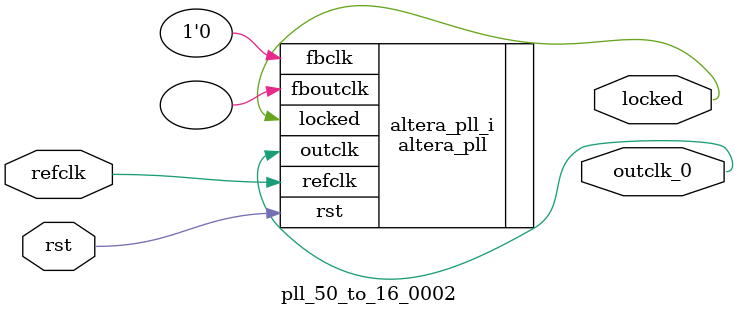
<source format=v>
`timescale 1ns/10ps
module  pll_50_to_16_0002(

	// interface 'refclk'
	input wire refclk,

	// interface 'reset'
	input wire rst,

	// interface 'outclk0'
	output wire outclk_0,

	// interface 'locked'
	output wire locked
);

	altera_pll #(
		.fractional_vco_multiplier("false"),
		.reference_clock_frequency("50.0 MHz"),
		.operation_mode("direct"),
		.number_of_clocks(1),
		.output_clock_frequency0("16.000000 MHz"),
		.phase_shift0("0 ps"),
		.duty_cycle0(50),
		.output_clock_frequency1("0 MHz"),
		.phase_shift1("0 ps"),
		.duty_cycle1(50),
		.output_clock_frequency2("0 MHz"),
		.phase_shift2("0 ps"),
		.duty_cycle2(50),
		.output_clock_frequency3("0 MHz"),
		.phase_shift3("0 ps"),
		.duty_cycle3(50),
		.output_clock_frequency4("0 MHz"),
		.phase_shift4("0 ps"),
		.duty_cycle4(50),
		.output_clock_frequency5("0 MHz"),
		.phase_shift5("0 ps"),
		.duty_cycle5(50),
		.output_clock_frequency6("0 MHz"),
		.phase_shift6("0 ps"),
		.duty_cycle6(50),
		.output_clock_frequency7("0 MHz"),
		.phase_shift7("0 ps"),
		.duty_cycle7(50),
		.output_clock_frequency8("0 MHz"),
		.phase_shift8("0 ps"),
		.duty_cycle8(50),
		.output_clock_frequency9("0 MHz"),
		.phase_shift9("0 ps"),
		.duty_cycle9(50),
		.output_clock_frequency10("0 MHz"),
		.phase_shift10("0 ps"),
		.duty_cycle10(50),
		.output_clock_frequency11("0 MHz"),
		.phase_shift11("0 ps"),
		.duty_cycle11(50),
		.output_clock_frequency12("0 MHz"),
		.phase_shift12("0 ps"),
		.duty_cycle12(50),
		.output_clock_frequency13("0 MHz"),
		.phase_shift13("0 ps"),
		.duty_cycle13(50),
		.output_clock_frequency14("0 MHz"),
		.phase_shift14("0 ps"),
		.duty_cycle14(50),
		.output_clock_frequency15("0 MHz"),
		.phase_shift15("0 ps"),
		.duty_cycle15(50),
		.output_clock_frequency16("0 MHz"),
		.phase_shift16("0 ps"),
		.duty_cycle16(50),
		.output_clock_frequency17("0 MHz"),
		.phase_shift17("0 ps"),
		.duty_cycle17(50),
		.pll_type("General"),
		.pll_subtype("General")
	) altera_pll_i (
		.rst	(rst),
		.outclk	({outclk_0}),
		.locked	(locked),
		.fboutclk	( ),
		.fbclk	(1'b0),
		.refclk	(refclk)
	);
endmodule


</source>
